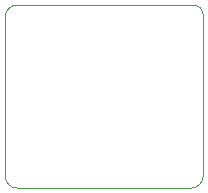
<source format=gm1>
G04 #@! TF.GenerationSoftware,KiCad,Pcbnew,8.0.5*
G04 #@! TF.CreationDate,2024-10-31T19:03:19-07:00*
G04 #@! TF.ProjectId,uSlime_BNO085_Module,75536c69-6d65-45f4-924e-4f3038355f4d,rev?*
G04 #@! TF.SameCoordinates,Original*
G04 #@! TF.FileFunction,Profile,NP*
%FSLAX46Y46*%
G04 Gerber Fmt 4.6, Leading zero omitted, Abs format (unit mm)*
G04 Created by KiCad (PCBNEW 8.0.5) date 2024-10-31 19:03:19*
%MOMM*%
%LPD*%
G01*
G04 APERTURE LIST*
G04 #@! TA.AperFunction,Profile*
%ADD10C,0.050000*%
G04 #@! TD*
G04 APERTURE END LIST*
D10*
X93400000Y-95350000D02*
G75*
G02*
X94400000Y-94350000I1000000J0D01*
G01*
X94400000Y-109850000D02*
G75*
G02*
X93400000Y-108850000I0J1000000D01*
G01*
X109400000Y-94350000D02*
X94400000Y-94350000D01*
X93400000Y-95350000D02*
X93400000Y-108850000D01*
X110150000Y-108850000D02*
G75*
G02*
X109150000Y-109850000I-1000000J0D01*
G01*
X109400000Y-94350000D02*
G75*
G02*
X110150000Y-95100000I0J-750000D01*
G01*
X110150000Y-108850000D02*
X110150000Y-95100000D01*
X94400000Y-109850000D02*
X109150000Y-109850000D01*
M02*

</source>
